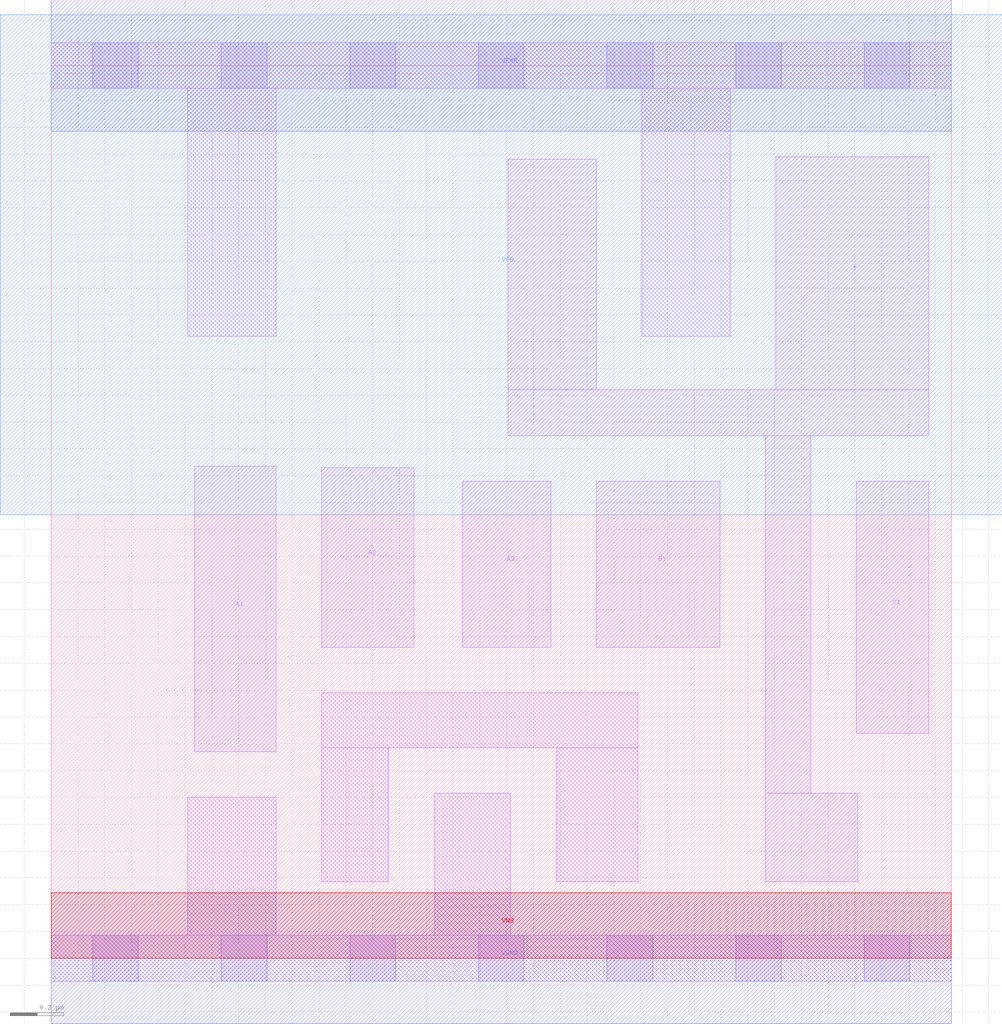
<source format=lef>
# Copyright 2020 The SkyWater PDK Authors
#
# Licensed under the Apache License, Version 2.0 (the "License");
# you may not use this file except in compliance with the License.
# You may obtain a copy of the License at
#
#     https://www.apache.org/licenses/LICENSE-2.0
#
# Unless required by applicable law or agreed to in writing, software
# distributed under the License is distributed on an "AS IS" BASIS,
# WITHOUT WARRANTIES OR CONDITIONS OF ANY KIND, either express or implied.
# See the License for the specific language governing permissions and
# limitations under the License.
#
# SPDX-License-Identifier: Apache-2.0

VERSION 5.7 ;
  NOWIREEXTENSIONATPIN ON ;
  DIVIDERCHAR "/" ;
  BUSBITCHARS "[]" ;
MACRO sky130_fd_sc_lp__o311ai_0
  CLASS CORE ;
  FOREIGN sky130_fd_sc_lp__o311ai_0 ;
  ORIGIN  0.000000  0.000000 ;
  SIZE  3.360000 BY  3.330000 ;
  SYMMETRY X Y R90 ;
  SITE unit ;
  PIN A1
    ANTENNAGATEAREA  0.159000 ;
    DIRECTION INPUT ;
    USE SIGNAL ;
    PORT
      LAYER li1 ;
        RECT 0.535000 0.770000 0.840000 1.835000 ;
    END
  END A1
  PIN A2
    ANTENNAGATEAREA  0.159000 ;
    DIRECTION INPUT ;
    USE SIGNAL ;
    PORT
      LAYER li1 ;
        RECT 1.010000 1.160000 1.355000 1.830000 ;
    END
  END A2
  PIN A3
    ANTENNAGATEAREA  0.159000 ;
    DIRECTION INPUT ;
    USE SIGNAL ;
    PORT
      LAYER li1 ;
        RECT 1.535000 1.160000 1.865000 1.780000 ;
    END
  END A3
  PIN B1
    ANTENNAGATEAREA  0.159000 ;
    DIRECTION INPUT ;
    USE SIGNAL ;
    PORT
      LAYER li1 ;
        RECT 2.035000 1.160000 2.495000 1.780000 ;
    END
  END B1
  PIN C1
    ANTENNAGATEAREA  0.159000 ;
    DIRECTION INPUT ;
    USE SIGNAL ;
    PORT
      LAYER li1 ;
        RECT 3.005000 0.840000 3.275000 1.780000 ;
    END
  END C1
  PIN Y
    ANTENNADIFFAREA  0.498500 ;
    DIRECTION OUTPUT ;
    USE SIGNAL ;
    PORT
      LAYER li1 ;
        RECT 1.705000 1.950000 3.275000 2.120000 ;
        RECT 1.705000 2.120000 2.035000 2.980000 ;
        RECT 2.665000 0.285000 3.010000 0.615000 ;
        RECT 2.665000 0.615000 2.835000 1.950000 ;
        RECT 2.705000 2.120000 3.275000 2.990000 ;
    END
  END Y
  PIN VGND
    DIRECTION INOUT ;
    USE GROUND ;
    PORT
      LAYER met1 ;
        RECT 0.000000 -0.245000 3.360000 0.245000 ;
    END
  END VGND
  PIN VNB
    DIRECTION INOUT ;
    USE GROUND ;
    PORT
      LAYER pwell ;
        RECT 0.000000 0.000000 3.360000 0.245000 ;
    END
  END VNB
  PIN VPB
    DIRECTION INOUT ;
    USE POWER ;
    PORT
      LAYER nwell ;
        RECT -0.190000 1.655000 3.550000 3.520000 ;
    END
  END VPB
  PIN VPWR
    DIRECTION INOUT ;
    USE POWER ;
    PORT
      LAYER met1 ;
        RECT 0.000000 3.085000 3.360000 3.575000 ;
    END
  END VPWR
  OBS
    LAYER li1 ;
      RECT 0.000000 -0.085000 3.360000 0.085000 ;
      RECT 0.000000  3.245000 3.360000 3.415000 ;
      RECT 0.510000  0.085000 0.840000 0.600000 ;
      RECT 0.510000  2.320000 0.840000 3.245000 ;
      RECT 1.010000  0.285000 1.260000 0.785000 ;
      RECT 1.010000  0.785000 2.190000 0.990000 ;
      RECT 1.430000  0.085000 1.715000 0.615000 ;
      RECT 1.885000  0.285000 2.190000 0.785000 ;
      RECT 2.205000  2.320000 2.535000 3.245000 ;
    LAYER mcon ;
      RECT 0.155000 -0.085000 0.325000 0.085000 ;
      RECT 0.155000  3.245000 0.325000 3.415000 ;
      RECT 0.635000 -0.085000 0.805000 0.085000 ;
      RECT 0.635000  3.245000 0.805000 3.415000 ;
      RECT 1.115000 -0.085000 1.285000 0.085000 ;
      RECT 1.115000  3.245000 1.285000 3.415000 ;
      RECT 1.595000 -0.085000 1.765000 0.085000 ;
      RECT 1.595000  3.245000 1.765000 3.415000 ;
      RECT 2.075000 -0.085000 2.245000 0.085000 ;
      RECT 2.075000  3.245000 2.245000 3.415000 ;
      RECT 2.555000 -0.085000 2.725000 0.085000 ;
      RECT 2.555000  3.245000 2.725000 3.415000 ;
      RECT 3.035000 -0.085000 3.205000 0.085000 ;
      RECT 3.035000  3.245000 3.205000 3.415000 ;
  END
END sky130_fd_sc_lp__o311ai_0
END LIBRARY

</source>
